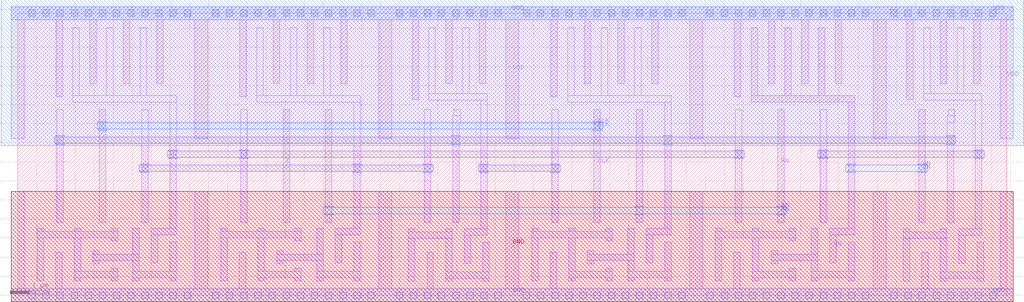
<source format=lef>
VERSION 5.7 ;
  NOWIREEXTENSIONATPIN ON ;
  DIVIDERCHAR "/" ;
  BUSBITCHARS "[]" ;
MACRO DFFRNQNX1
  CLASS CORE ;
  FOREIGN DFFRNQNX1 ;
  ORIGIN 0.000 0.000 ;
  SIZE 25.900 BY 7.400 ;
  SYMMETRY X Y R90 ;
  SITE unitrh ;
  PIN QN
    DIRECTION OUTPUT ;
    USE SIGNAL ;
    ANTENNAGATEAREA 1.033250 ;
    ANTENNADIFFAREA 1.931900 ;
    PORT
      LAYER li1 ;
        RECT 19.205 5.240 19.375 7.020 ;
        RECT 20.085 5.240 20.255 7.020 ;
        RECT 20.965 5.240 21.135 7.020 ;
        RECT 19.205 5.070 21.915 5.240 ;
        RECT 21.745 1.750 21.915 5.070 ;
        RECT 23.595 1.915 23.765 4.865 ;
        RECT 21.260 1.580 21.915 1.750 ;
        RECT 21.260 0.845 21.430 1.580 ;
      LAYER mcon ;
        RECT 21.745 3.245 21.915 3.415 ;
        RECT 23.595 3.245 23.765 3.415 ;
      LAYER met1 ;
        RECT 21.715 3.415 21.945 3.445 ;
        RECT 23.565 3.415 23.795 3.445 ;
        RECT 21.685 3.245 23.825 3.415 ;
        RECT 21.715 3.215 21.945 3.245 ;
        RECT 23.565 3.215 23.795 3.245 ;
    END
  END QN
  PIN D
    DIRECTION INPUT ;
    USE SIGNAL ;
    ANTENNAGATEAREA 1.014850 ;
    PORT
      LAYER li1 ;
        RECT 6.945 1.915 7.115 4.865 ;
    END
  END D
  PIN CLK
    DIRECTION INPUT ;
    USE SIGNAL ;
    ANTENNAGATEAREA 2.029700 ;
    PORT
      LAYER li1 ;
        RECT 2.135 1.915 2.305 4.865 ;
        RECT 15.085 1.915 15.255 4.865 ;
      LAYER mcon ;
        RECT 2.135 4.355 2.305 4.525 ;
        RECT 15.085 4.355 15.255 4.525 ;
      LAYER met1 ;
        RECT 2.105 4.525 2.335 4.555 ;
        RECT 15.055 4.525 15.285 4.555 ;
        RECT 2.075 4.355 15.315 4.525 ;
        RECT 2.105 4.325 2.335 4.355 ;
        RECT 15.055 4.325 15.285 4.355 ;
    END
  END CLK
  PIN RN
    DIRECTION INPUT ;
    USE SIGNAL ;
    ANTENNAGATEAREA 3.069350 ;
    PORT
      LAYER li1 ;
        RECT 8.055 1.915 8.225 4.865 ;
        RECT 16.195 1.915 16.365 4.865 ;
        RECT 19.895 1.915 20.065 4.865 ;
      LAYER mcon ;
        RECT 8.055 2.135 8.225 2.305 ;
        RECT 16.195 2.135 16.365 2.305 ;
        RECT 19.895 2.135 20.065 2.305 ;
      LAYER met1 ;
        RECT 8.025 2.305 8.255 2.335 ;
        RECT 16.165 2.305 16.395 2.335 ;
        RECT 19.865 2.305 20.095 2.335 ;
        RECT 7.995 2.135 20.125 2.305 ;
        RECT 8.025 2.105 8.255 2.135 ;
        RECT 16.165 2.105 16.395 2.135 ;
        RECT 19.865 2.105 20.095 2.135 ;
    END
  END RN
  PIN VDD
    DIRECTION INOUT ;
    USE POWER ;
    SHAPE ABUTMENT ;
    PORT
      LAYER nwell ;
        RECT -0.435 3.930 26.335 7.750 ;
      LAYER li1 ;
        RECT -0.170 7.230 26.070 7.570 ;
        RECT -0.170 4.110 0.170 7.230 ;
        RECT 1.005 5.215 1.175 7.230 ;
        RECT 1.885 5.555 2.055 7.230 ;
        RECT 2.765 5.555 2.935 7.230 ;
        RECT 3.645 5.555 3.815 7.230 ;
        RECT 4.640 4.110 4.980 7.230 ;
        RECT 5.815 5.215 5.985 7.230 ;
        RECT 6.695 5.555 6.865 7.230 ;
        RECT 7.575 5.555 7.745 7.230 ;
        RECT 8.455 5.555 8.625 7.230 ;
        RECT 9.450 4.110 9.790 7.230 ;
        RECT 10.325 5.135 10.495 7.230 ;
        RECT 11.205 5.555 11.375 7.230 ;
        RECT 12.085 5.555 12.255 7.230 ;
        RECT 12.780 4.110 13.120 7.230 ;
        RECT 13.955 5.215 14.125 7.230 ;
        RECT 14.835 5.555 15.005 7.230 ;
        RECT 15.715 5.555 15.885 7.230 ;
        RECT 16.595 5.555 16.765 7.230 ;
        RECT 17.590 4.110 17.930 7.230 ;
        RECT 18.765 5.215 18.935 7.230 ;
        RECT 19.645 5.555 19.815 7.230 ;
        RECT 20.525 5.555 20.695 7.230 ;
        RECT 21.405 5.555 21.575 7.230 ;
        RECT 22.400 4.110 22.740 7.230 ;
        RECT 23.275 5.135 23.445 7.230 ;
        RECT 24.155 5.555 24.325 7.230 ;
        RECT 25.035 5.555 25.205 7.230 ;
        RECT 25.730 4.110 26.070 7.230 ;
      LAYER mcon ;
        RECT 0.285 7.315 0.455 7.485 ;
        RECT 0.655 7.315 0.825 7.485 ;
        RECT 1.025 7.315 1.195 7.485 ;
        RECT 1.395 7.315 1.565 7.485 ;
        RECT 1.765 7.315 1.935 7.485 ;
        RECT 2.135 7.315 2.305 7.485 ;
        RECT 2.505 7.315 2.675 7.485 ;
        RECT 2.875 7.315 3.045 7.485 ;
        RECT 3.245 7.315 3.415 7.485 ;
        RECT 3.615 7.315 3.785 7.485 ;
        RECT 3.985 7.315 4.155 7.485 ;
        RECT 4.355 7.315 4.525 7.485 ;
        RECT 5.095 7.315 5.265 7.485 ;
        RECT 5.465 7.315 5.635 7.485 ;
        RECT 5.835 7.315 6.005 7.485 ;
        RECT 6.205 7.315 6.375 7.485 ;
        RECT 6.575 7.315 6.745 7.485 ;
        RECT 6.945 7.315 7.115 7.485 ;
        RECT 7.315 7.315 7.485 7.485 ;
        RECT 7.685 7.315 7.855 7.485 ;
        RECT 8.055 7.315 8.225 7.485 ;
        RECT 8.425 7.315 8.595 7.485 ;
        RECT 8.795 7.315 8.965 7.485 ;
        RECT 9.165 7.315 9.335 7.485 ;
        RECT 9.905 7.315 10.075 7.485 ;
        RECT 10.275 7.315 10.445 7.485 ;
        RECT 10.645 7.315 10.815 7.485 ;
        RECT 11.015 7.315 11.185 7.485 ;
        RECT 11.385 7.315 11.555 7.485 ;
        RECT 11.755 7.315 11.925 7.485 ;
        RECT 12.125 7.315 12.295 7.485 ;
        RECT 12.495 7.315 12.665 7.485 ;
        RECT 13.235 7.315 13.405 7.485 ;
        RECT 13.605 7.315 13.775 7.485 ;
        RECT 13.975 7.315 14.145 7.485 ;
        RECT 14.345 7.315 14.515 7.485 ;
        RECT 14.715 7.315 14.885 7.485 ;
        RECT 15.085 7.315 15.255 7.485 ;
        RECT 15.455 7.315 15.625 7.485 ;
        RECT 15.825 7.315 15.995 7.485 ;
        RECT 16.195 7.315 16.365 7.485 ;
        RECT 16.565 7.315 16.735 7.485 ;
        RECT 16.935 7.315 17.105 7.485 ;
        RECT 17.305 7.315 17.475 7.485 ;
        RECT 18.045 7.315 18.215 7.485 ;
        RECT 18.415 7.315 18.585 7.485 ;
        RECT 18.785 7.315 18.955 7.485 ;
        RECT 19.155 7.315 19.325 7.485 ;
        RECT 19.525 7.315 19.695 7.485 ;
        RECT 19.895 7.315 20.065 7.485 ;
        RECT 20.265 7.315 20.435 7.485 ;
        RECT 20.635 7.315 20.805 7.485 ;
        RECT 21.005 7.315 21.175 7.485 ;
        RECT 21.375 7.315 21.545 7.485 ;
        RECT 21.745 7.315 21.915 7.485 ;
        RECT 22.115 7.315 22.285 7.485 ;
        RECT 22.855 7.315 23.025 7.485 ;
        RECT 23.225 7.315 23.395 7.485 ;
        RECT 23.595 7.315 23.765 7.485 ;
        RECT 23.965 7.315 24.135 7.485 ;
        RECT 24.335 7.315 24.505 7.485 ;
        RECT 24.705 7.315 24.875 7.485 ;
        RECT 25.075 7.315 25.245 7.485 ;
        RECT 25.445 7.315 25.615 7.485 ;
      LAYER met1 ;
        RECT -0.170 7.230 26.070 7.570 ;
    END
  END VDD
  PIN GND
    DIRECTION INOUT ;
    USE GROUND ;
    SHAPE ABUTMENT ;
    PORT
      LAYER pwell ;
        RECT -0.170 -0.170 26.070 2.720 ;
      LAYER li1 ;
        RECT -0.170 0.170 0.170 2.720 ;
        RECT 0.990 0.170 1.160 1.130 ;
        RECT 4.640 0.170 4.980 2.720 ;
        RECT 5.800 0.170 5.970 1.130 ;
        RECT 9.450 0.170 9.790 2.720 ;
        RECT 10.715 0.170 10.885 1.120 ;
        RECT 12.780 0.170 13.120 2.720 ;
        RECT 13.940 0.170 14.110 1.130 ;
        RECT 17.590 0.170 17.930 2.720 ;
        RECT 18.750 0.170 18.920 1.130 ;
        RECT 22.400 0.170 22.740 2.720 ;
        RECT 23.665 0.170 23.835 1.120 ;
        RECT 25.730 0.170 26.070 2.720 ;
        RECT -0.170 -0.170 26.070 0.170 ;
      LAYER mcon ;
        RECT 0.285 -0.085 0.455 0.085 ;
        RECT 0.655 -0.085 0.825 0.085 ;
        RECT 1.025 -0.085 1.195 0.085 ;
        RECT 1.395 -0.085 1.565 0.085 ;
        RECT 1.765 -0.085 1.935 0.085 ;
        RECT 2.135 -0.085 2.305 0.085 ;
        RECT 2.505 -0.085 2.675 0.085 ;
        RECT 2.875 -0.085 3.045 0.085 ;
        RECT 3.245 -0.085 3.415 0.085 ;
        RECT 3.615 -0.085 3.785 0.085 ;
        RECT 3.985 -0.085 4.155 0.085 ;
        RECT 4.355 -0.085 4.525 0.085 ;
        RECT 5.095 -0.085 5.265 0.085 ;
        RECT 5.465 -0.085 5.635 0.085 ;
        RECT 5.835 -0.085 6.005 0.085 ;
        RECT 6.205 -0.085 6.375 0.085 ;
        RECT 6.575 -0.085 6.745 0.085 ;
        RECT 6.945 -0.085 7.115 0.085 ;
        RECT 7.315 -0.085 7.485 0.085 ;
        RECT 7.685 -0.085 7.855 0.085 ;
        RECT 8.055 -0.085 8.225 0.085 ;
        RECT 8.425 -0.085 8.595 0.085 ;
        RECT 8.795 -0.085 8.965 0.085 ;
        RECT 9.165 -0.085 9.335 0.085 ;
        RECT 9.905 -0.085 10.075 0.085 ;
        RECT 10.275 -0.085 10.445 0.085 ;
        RECT 10.645 -0.085 10.815 0.085 ;
        RECT 11.015 -0.085 11.185 0.085 ;
        RECT 11.385 -0.085 11.555 0.085 ;
        RECT 11.755 -0.085 11.925 0.085 ;
        RECT 12.125 -0.085 12.295 0.085 ;
        RECT 12.495 -0.085 12.665 0.085 ;
        RECT 13.235 -0.085 13.405 0.085 ;
        RECT 13.605 -0.085 13.775 0.085 ;
        RECT 13.975 -0.085 14.145 0.085 ;
        RECT 14.345 -0.085 14.515 0.085 ;
        RECT 14.715 -0.085 14.885 0.085 ;
        RECT 15.085 -0.085 15.255 0.085 ;
        RECT 15.455 -0.085 15.625 0.085 ;
        RECT 15.825 -0.085 15.995 0.085 ;
        RECT 16.195 -0.085 16.365 0.085 ;
        RECT 16.565 -0.085 16.735 0.085 ;
        RECT 16.935 -0.085 17.105 0.085 ;
        RECT 17.305 -0.085 17.475 0.085 ;
        RECT 18.045 -0.085 18.215 0.085 ;
        RECT 18.415 -0.085 18.585 0.085 ;
        RECT 18.785 -0.085 18.955 0.085 ;
        RECT 19.155 -0.085 19.325 0.085 ;
        RECT 19.525 -0.085 19.695 0.085 ;
        RECT 19.895 -0.085 20.065 0.085 ;
        RECT 20.265 -0.085 20.435 0.085 ;
        RECT 20.635 -0.085 20.805 0.085 ;
        RECT 21.005 -0.085 21.175 0.085 ;
        RECT 21.375 -0.085 21.545 0.085 ;
        RECT 21.745 -0.085 21.915 0.085 ;
        RECT 22.115 -0.085 22.285 0.085 ;
        RECT 22.855 -0.085 23.025 0.085 ;
        RECT 23.225 -0.085 23.395 0.085 ;
        RECT 23.595 -0.085 23.765 0.085 ;
        RECT 23.965 -0.085 24.135 0.085 ;
        RECT 24.335 -0.085 24.505 0.085 ;
        RECT 24.705 -0.085 24.875 0.085 ;
        RECT 25.075 -0.085 25.245 0.085 ;
        RECT 25.445 -0.085 25.615 0.085 ;
      LAYER met1 ;
        RECT -0.170 -0.170 26.070 0.170 ;
    END
  END GND
  OBS
      LAYER li1 ;
        RECT 1.445 5.240 1.615 7.020 ;
        RECT 2.325 5.240 2.495 7.020 ;
        RECT 3.205 5.240 3.375 7.020 ;
        RECT 6.255 5.240 6.425 7.020 ;
        RECT 7.135 5.240 7.305 7.020 ;
        RECT 8.015 5.240 8.185 7.020 ;
        RECT 10.765 5.285 10.935 7.020 ;
        RECT 11.645 5.285 11.815 7.020 ;
        RECT 1.445 5.070 4.155 5.240 ;
        RECT 6.255 5.070 8.965 5.240 ;
        RECT 10.765 5.115 12.295 5.285 ;
        RECT 1.025 1.915 1.195 4.865 ;
        RECT 3.245 1.915 3.415 4.865 ;
        RECT 0.505 1.675 0.675 1.755 ;
        RECT 1.475 1.675 1.645 1.755 ;
        RECT 2.445 1.675 2.615 1.755 ;
        RECT 0.505 1.505 2.615 1.675 ;
        RECT 0.505 0.375 0.675 1.505 ;
        RECT 1.475 0.625 1.645 1.505 ;
        RECT 2.445 1.425 2.615 1.505 ;
        RECT 1.965 1.080 2.135 1.160 ;
        RECT 3.015 1.080 3.185 1.755 ;
        RECT 3.985 1.750 4.155 5.070 ;
        RECT 5.835 1.915 6.005 4.865 ;
        RECT 1.965 0.910 3.185 1.080 ;
        RECT 1.965 0.830 2.135 0.910 ;
        RECT 2.445 0.625 2.615 0.705 ;
        RECT 1.475 0.455 2.615 0.625 ;
        RECT 1.475 0.375 1.645 0.455 ;
        RECT 2.445 0.375 2.615 0.455 ;
        RECT 3.015 0.625 3.185 0.910 ;
        RECT 3.500 1.580 4.155 1.750 ;
        RECT 5.315 1.675 5.485 1.755 ;
        RECT 6.285 1.675 6.455 1.755 ;
        RECT 7.255 1.675 7.425 1.755 ;
        RECT 3.500 0.845 3.670 1.580 ;
        RECT 5.315 1.505 7.425 1.675 ;
        RECT 3.985 0.625 4.155 1.395 ;
        RECT 3.015 0.455 4.155 0.625 ;
        RECT 3.015 0.375 3.185 0.455 ;
        RECT 3.985 0.375 4.155 0.455 ;
        RECT 5.315 0.375 5.485 1.505 ;
        RECT 6.285 0.625 6.455 1.505 ;
        RECT 7.255 1.425 7.425 1.505 ;
        RECT 6.775 1.080 6.945 1.160 ;
        RECT 7.825 1.080 7.995 1.755 ;
        RECT 8.795 1.750 8.965 5.070 ;
        RECT 10.645 1.915 10.815 4.865 ;
        RECT 11.415 4.710 11.585 4.865 ;
        RECT 11.385 4.535 11.585 4.710 ;
        RECT 11.385 1.915 11.555 4.535 ;
        RECT 6.775 0.910 7.995 1.080 ;
        RECT 6.775 0.830 6.945 0.910 ;
        RECT 7.255 0.625 7.425 0.705 ;
        RECT 6.285 0.455 7.425 0.625 ;
        RECT 6.285 0.375 6.455 0.455 ;
        RECT 7.255 0.375 7.425 0.455 ;
        RECT 7.825 0.625 7.995 0.910 ;
        RECT 8.310 1.580 8.965 1.750 ;
        RECT 10.230 1.665 10.400 1.745 ;
        RECT 11.200 1.665 11.370 1.745 ;
        RECT 12.125 1.740 12.295 5.115 ;
        RECT 14.395 5.240 14.565 7.020 ;
        RECT 15.275 5.240 15.445 7.020 ;
        RECT 16.155 5.240 16.325 7.020 ;
        RECT 23.715 5.285 23.885 7.020 ;
        RECT 24.595 5.285 24.765 7.020 ;
        RECT 14.395 5.070 17.105 5.240 ;
        RECT 23.715 5.115 25.245 5.285 ;
        RECT 13.975 1.915 14.145 4.865 ;
        RECT 8.310 0.845 8.480 1.580 ;
        RECT 10.230 1.495 11.370 1.665 ;
        RECT 8.795 0.625 8.965 1.395 ;
        RECT 7.825 0.455 8.965 0.625 ;
        RECT 7.825 0.375 7.995 0.455 ;
        RECT 8.795 0.375 8.965 0.455 ;
        RECT 10.230 0.365 10.400 1.495 ;
        RECT 11.200 0.615 11.370 1.495 ;
        RECT 11.685 1.570 12.295 1.740 ;
        RECT 13.455 1.675 13.625 1.755 ;
        RECT 14.425 1.675 14.595 1.755 ;
        RECT 15.395 1.675 15.565 1.755 ;
        RECT 11.685 0.835 11.855 1.570 ;
        RECT 13.455 1.505 15.565 1.675 ;
        RECT 12.170 0.615 12.340 1.385 ;
        RECT 11.200 0.445 12.340 0.615 ;
        RECT 11.200 0.365 11.370 0.445 ;
        RECT 12.170 0.365 12.340 0.445 ;
        RECT 13.455 0.375 13.625 1.505 ;
        RECT 14.425 0.625 14.595 1.505 ;
        RECT 15.395 1.425 15.565 1.505 ;
        RECT 14.915 1.080 15.085 1.160 ;
        RECT 15.965 1.080 16.135 1.755 ;
        RECT 16.935 1.750 17.105 5.070 ;
        RECT 18.785 1.915 18.955 4.865 ;
        RECT 21.005 1.915 21.175 4.865 ;
        RECT 24.365 4.710 24.535 4.865 ;
        RECT 24.335 4.535 24.535 4.710 ;
        RECT 24.335 1.915 24.505 4.535 ;
        RECT 14.915 0.910 16.135 1.080 ;
        RECT 14.915 0.830 15.085 0.910 ;
        RECT 15.395 0.625 15.565 0.705 ;
        RECT 14.425 0.455 15.565 0.625 ;
        RECT 14.425 0.375 14.595 0.455 ;
        RECT 15.395 0.375 15.565 0.455 ;
        RECT 15.965 0.625 16.135 0.910 ;
        RECT 16.450 1.580 17.105 1.750 ;
        RECT 18.265 1.675 18.435 1.755 ;
        RECT 19.235 1.675 19.405 1.755 ;
        RECT 20.205 1.675 20.375 1.755 ;
        RECT 16.450 0.845 16.620 1.580 ;
        RECT 18.265 1.505 20.375 1.675 ;
        RECT 16.935 0.625 17.105 1.395 ;
        RECT 15.965 0.455 17.105 0.625 ;
        RECT 15.965 0.375 16.135 0.455 ;
        RECT 16.935 0.375 17.105 0.455 ;
        RECT 18.265 0.375 18.435 1.505 ;
        RECT 19.235 0.625 19.405 1.505 ;
        RECT 20.205 1.425 20.375 1.505 ;
        RECT 19.725 1.080 19.895 1.160 ;
        RECT 20.775 1.080 20.945 1.755 ;
        RECT 23.180 1.665 23.350 1.745 ;
        RECT 24.150 1.665 24.320 1.745 ;
        RECT 25.075 1.740 25.245 5.115 ;
        RECT 23.180 1.495 24.320 1.665 ;
        RECT 19.725 0.910 20.945 1.080 ;
        RECT 19.725 0.830 19.895 0.910 ;
        RECT 20.205 0.625 20.375 0.705 ;
        RECT 19.235 0.455 20.375 0.625 ;
        RECT 19.235 0.375 19.405 0.455 ;
        RECT 20.205 0.375 20.375 0.455 ;
        RECT 20.775 0.625 20.945 0.910 ;
        RECT 21.745 0.625 21.915 1.395 ;
        RECT 20.775 0.455 21.915 0.625 ;
        RECT 20.775 0.375 20.945 0.455 ;
        RECT 21.745 0.375 21.915 0.455 ;
        RECT 23.180 0.365 23.350 1.495 ;
        RECT 24.150 0.615 24.320 1.495 ;
        RECT 24.635 1.570 25.245 1.740 ;
        RECT 24.635 0.835 24.805 1.570 ;
        RECT 25.120 0.615 25.290 1.385 ;
        RECT 24.150 0.445 25.290 0.615 ;
        RECT 24.150 0.365 24.320 0.445 ;
        RECT 25.120 0.365 25.290 0.445 ;
      LAYER mcon ;
        RECT 1.025 3.985 1.195 4.155 ;
        RECT 3.245 3.245 3.415 3.415 ;
        RECT 3.985 3.615 4.155 3.785 ;
        RECT 5.835 3.615 6.005 3.785 ;
        RECT 8.795 3.245 8.965 3.415 ;
        RECT 10.645 3.245 10.815 3.415 ;
        RECT 11.385 3.985 11.555 4.155 ;
        RECT 12.125 3.245 12.295 3.415 ;
        RECT 13.975 3.245 14.145 3.415 ;
        RECT 16.935 3.985 17.105 4.155 ;
        RECT 18.785 3.615 18.955 3.785 ;
        RECT 21.005 3.615 21.175 3.785 ;
        RECT 24.335 3.985 24.505 4.155 ;
        RECT 25.075 3.615 25.245 3.785 ;
      LAYER met1 ;
        RECT 0.995 4.155 1.225 4.185 ;
        RECT 11.355 4.155 11.585 4.185 ;
        RECT 16.905 4.155 17.135 4.185 ;
        RECT 24.305 4.155 24.535 4.185 ;
        RECT 0.965 3.985 24.565 4.155 ;
        RECT 0.995 3.955 1.225 3.985 ;
        RECT 11.355 3.955 11.585 3.985 ;
        RECT 16.905 3.955 17.135 3.985 ;
        RECT 24.305 3.955 24.535 3.985 ;
        RECT 3.955 3.785 4.185 3.815 ;
        RECT 5.805 3.785 6.035 3.815 ;
        RECT 18.755 3.785 18.985 3.815 ;
        RECT 20.975 3.785 21.205 3.815 ;
        RECT 25.045 3.785 25.275 3.815 ;
        RECT 3.925 3.615 19.015 3.785 ;
        RECT 20.945 3.615 25.305 3.785 ;
        RECT 3.955 3.585 4.185 3.615 ;
        RECT 5.805 3.585 6.035 3.615 ;
        RECT 18.755 3.585 18.985 3.615 ;
        RECT 20.975 3.585 21.205 3.615 ;
        RECT 25.045 3.585 25.275 3.615 ;
        RECT 3.215 3.415 3.445 3.445 ;
        RECT 8.765 3.415 8.995 3.445 ;
        RECT 10.615 3.415 10.845 3.445 ;
        RECT 12.095 3.415 12.325 3.445 ;
        RECT 13.945 3.415 14.175 3.445 ;
        RECT 3.185 3.245 10.875 3.415 ;
        RECT 12.065 3.245 14.205 3.415 ;
        RECT 3.215 3.215 3.445 3.245 ;
        RECT 8.765 3.215 8.995 3.245 ;
        RECT 10.615 3.215 10.845 3.245 ;
        RECT 12.095 3.215 12.325 3.245 ;
        RECT 13.945 3.215 14.175 3.245 ;
  END
END DFFRNQNX1
END LIBRARY


</source>
